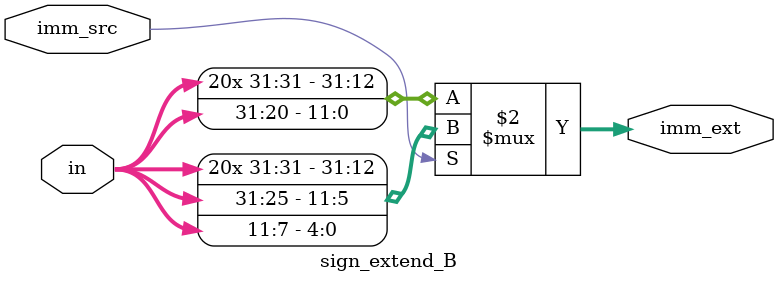
<source format=v>
`timescale 1ns / 1ps


module sign_extend_B(
    input [31:0] in,
    output [31:0] imm_ext,
    input imm_src
    );
    
    assign imm_ext = (imm_src == 1'b1) ? ({{20{in[31]}} ,in[31:25],in[11:7]}):
                                         {{20{in[31]}},in[31:20]};
    
    
endmodule

</source>
